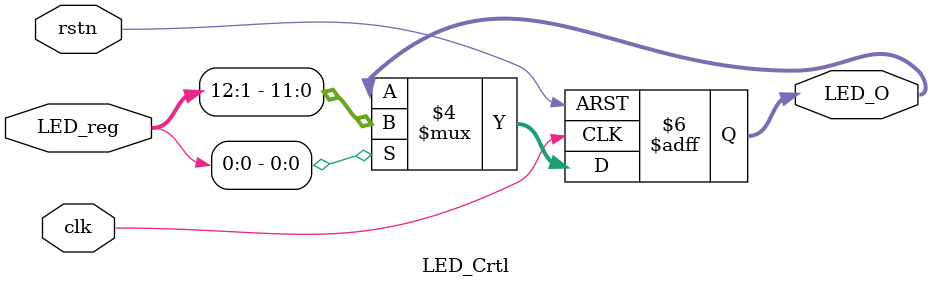
<source format=v>
`timescale 1ns / 1ps


module LED_Crtl(
    input       clk,
    input       rstn,
    input [31:0] LED_reg,
    output reg [11:0] LED_O
    );
    always@(negedge rstn or posedge clk)
    begin
    if(rstn==0)
    LED_O<=12'b111111111111;
    else if(LED_reg[0]==1)
    LED_O<=LED_reg[12:1]; end
    
endmodule

</source>
